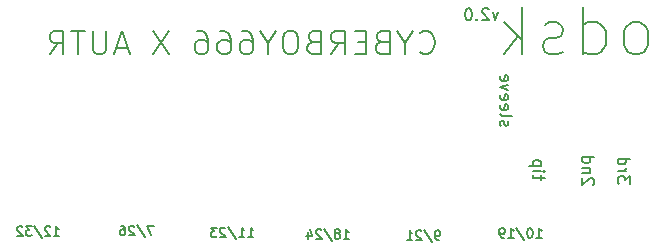
<source format=gbr>
%TF.GenerationSoftware,KiCad,Pcbnew,5.1.10*%
%TF.CreationDate,2022-04-13T10:23:53+12:00*%
%TF.ProjectId,odsk,6f64736b-2e6b-4696-9361-645f70636258,rev?*%
%TF.SameCoordinates,Original*%
%TF.FileFunction,Legend,Bot*%
%TF.FilePolarity,Positive*%
%FSLAX46Y46*%
G04 Gerber Fmt 4.6, Leading zero omitted, Abs format (unit mm)*
G04 Created by KiCad (PCBNEW 5.1.10) date 2022-04-13 10:23:53*
%MOMM*%
%LPD*%
G01*
G04 APERTURE LIST*
%ADD10C,0.200000*%
%ADD11C,0.150000*%
G04 APERTURE END LIST*
D10*
X192997619Y-128064285D02*
X193092857Y-128159523D01*
X193378571Y-128254761D01*
X193569047Y-128254761D01*
X193854761Y-128159523D01*
X194045238Y-127969047D01*
X194140476Y-127778571D01*
X194235714Y-127397619D01*
X194235714Y-127111904D01*
X194140476Y-126730952D01*
X194045238Y-126540476D01*
X193854761Y-126350000D01*
X193569047Y-126254761D01*
X193378571Y-126254761D01*
X193092857Y-126350000D01*
X192997619Y-126445238D01*
X191759523Y-127302380D02*
X191759523Y-128254761D01*
X192426190Y-126254761D02*
X191759523Y-127302380D01*
X191092857Y-126254761D01*
X189759523Y-127207142D02*
X189473809Y-127302380D01*
X189378571Y-127397619D01*
X189283333Y-127588095D01*
X189283333Y-127873809D01*
X189378571Y-128064285D01*
X189473809Y-128159523D01*
X189664285Y-128254761D01*
X190426190Y-128254761D01*
X190426190Y-126254761D01*
X189759523Y-126254761D01*
X189569047Y-126350000D01*
X189473809Y-126445238D01*
X189378571Y-126635714D01*
X189378571Y-126826190D01*
X189473809Y-127016666D01*
X189569047Y-127111904D01*
X189759523Y-127207142D01*
X190426190Y-127207142D01*
X188426190Y-127207142D02*
X187759523Y-127207142D01*
X187473809Y-128254761D02*
X188426190Y-128254761D01*
X188426190Y-126254761D01*
X187473809Y-126254761D01*
X185473809Y-128254761D02*
X186140476Y-127302380D01*
X186616666Y-128254761D02*
X186616666Y-126254761D01*
X185854761Y-126254761D01*
X185664285Y-126350000D01*
X185569047Y-126445238D01*
X185473809Y-126635714D01*
X185473809Y-126921428D01*
X185569047Y-127111904D01*
X185664285Y-127207142D01*
X185854761Y-127302380D01*
X186616666Y-127302380D01*
X183950000Y-127207142D02*
X183664285Y-127302380D01*
X183569047Y-127397619D01*
X183473809Y-127588095D01*
X183473809Y-127873809D01*
X183569047Y-128064285D01*
X183664285Y-128159523D01*
X183854761Y-128254761D01*
X184616666Y-128254761D01*
X184616666Y-126254761D01*
X183950000Y-126254761D01*
X183759523Y-126350000D01*
X183664285Y-126445238D01*
X183569047Y-126635714D01*
X183569047Y-126826190D01*
X183664285Y-127016666D01*
X183759523Y-127111904D01*
X183950000Y-127207142D01*
X184616666Y-127207142D01*
X182235714Y-126254761D02*
X181854761Y-126254761D01*
X181664285Y-126350000D01*
X181473809Y-126540476D01*
X181378571Y-126921428D01*
X181378571Y-127588095D01*
X181473809Y-127969047D01*
X181664285Y-128159523D01*
X181854761Y-128254761D01*
X182235714Y-128254761D01*
X182426190Y-128159523D01*
X182616666Y-127969047D01*
X182711904Y-127588095D01*
X182711904Y-126921428D01*
X182616666Y-126540476D01*
X182426190Y-126350000D01*
X182235714Y-126254761D01*
X180140476Y-127302380D02*
X180140476Y-128254761D01*
X180807142Y-126254761D02*
X180140476Y-127302380D01*
X179473809Y-126254761D01*
X177950000Y-126254761D02*
X178330952Y-126254761D01*
X178521428Y-126350000D01*
X178616666Y-126445238D01*
X178807142Y-126730952D01*
X178902380Y-127111904D01*
X178902380Y-127873809D01*
X178807142Y-128064285D01*
X178711904Y-128159523D01*
X178521428Y-128254761D01*
X178140476Y-128254761D01*
X177950000Y-128159523D01*
X177854761Y-128064285D01*
X177759523Y-127873809D01*
X177759523Y-127397619D01*
X177854761Y-127207142D01*
X177950000Y-127111904D01*
X178140476Y-127016666D01*
X178521428Y-127016666D01*
X178711904Y-127111904D01*
X178807142Y-127207142D01*
X178902380Y-127397619D01*
X176045238Y-126254761D02*
X176426190Y-126254761D01*
X176616666Y-126350000D01*
X176711904Y-126445238D01*
X176902380Y-126730952D01*
X176997619Y-127111904D01*
X176997619Y-127873809D01*
X176902380Y-128064285D01*
X176807142Y-128159523D01*
X176616666Y-128254761D01*
X176235714Y-128254761D01*
X176045238Y-128159523D01*
X175950000Y-128064285D01*
X175854761Y-127873809D01*
X175854761Y-127397619D01*
X175950000Y-127207142D01*
X176045238Y-127111904D01*
X176235714Y-127016666D01*
X176616666Y-127016666D01*
X176807142Y-127111904D01*
X176902380Y-127207142D01*
X176997619Y-127397619D01*
X174140476Y-126254761D02*
X174521428Y-126254761D01*
X174711904Y-126350000D01*
X174807142Y-126445238D01*
X174997619Y-126730952D01*
X175092857Y-127111904D01*
X175092857Y-127873809D01*
X174997619Y-128064285D01*
X174902380Y-128159523D01*
X174711904Y-128254761D01*
X174330952Y-128254761D01*
X174140476Y-128159523D01*
X174045238Y-128064285D01*
X173950000Y-127873809D01*
X173950000Y-127397619D01*
X174045238Y-127207142D01*
X174140476Y-127111904D01*
X174330952Y-127016666D01*
X174711904Y-127016666D01*
X174902380Y-127111904D01*
X174997619Y-127207142D01*
X175092857Y-127397619D01*
X171759523Y-126254761D02*
X170426190Y-128254761D01*
X170426190Y-126254761D02*
X171759523Y-128254761D01*
X168235714Y-127683333D02*
X167283333Y-127683333D01*
X168426190Y-128254761D02*
X167759523Y-126254761D01*
X167092857Y-128254761D01*
X166426190Y-126254761D02*
X166426190Y-127873809D01*
X166330952Y-128064285D01*
X166235714Y-128159523D01*
X166045238Y-128254761D01*
X165664285Y-128254761D01*
X165473809Y-128159523D01*
X165378571Y-128064285D01*
X165283333Y-127873809D01*
X165283333Y-126254761D01*
X164616666Y-126254761D02*
X163473809Y-126254761D01*
X164045238Y-128254761D02*
X164045238Y-126254761D01*
X161664285Y-128254761D02*
X162330952Y-127302380D01*
X162807142Y-128254761D02*
X162807142Y-126254761D01*
X162045238Y-126254761D01*
X161854761Y-126350000D01*
X161759523Y-126445238D01*
X161664285Y-126635714D01*
X161664285Y-126921428D01*
X161759523Y-127111904D01*
X161854761Y-127207142D01*
X162045238Y-127302380D01*
X162807142Y-127302380D01*
D11*
X199845238Y-134292857D02*
X199797619Y-134197619D01*
X199797619Y-134007142D01*
X199845238Y-133911904D01*
X199940476Y-133864285D01*
X199988095Y-133864285D01*
X200083333Y-133911904D01*
X200130952Y-134007142D01*
X200130952Y-134150000D01*
X200178571Y-134245238D01*
X200273809Y-134292857D01*
X200321428Y-134292857D01*
X200416666Y-134245238D01*
X200464285Y-134150000D01*
X200464285Y-134007142D01*
X200416666Y-133911904D01*
X199797619Y-133292857D02*
X199845238Y-133388095D01*
X199940476Y-133435714D01*
X200797619Y-133435714D01*
X199845238Y-132530952D02*
X199797619Y-132626190D01*
X199797619Y-132816666D01*
X199845238Y-132911904D01*
X199940476Y-132959523D01*
X200321428Y-132959523D01*
X200416666Y-132911904D01*
X200464285Y-132816666D01*
X200464285Y-132626190D01*
X200416666Y-132530952D01*
X200321428Y-132483333D01*
X200226190Y-132483333D01*
X200130952Y-132959523D01*
X199845238Y-131673809D02*
X199797619Y-131769047D01*
X199797619Y-131959523D01*
X199845238Y-132054761D01*
X199940476Y-132102380D01*
X200321428Y-132102380D01*
X200416666Y-132054761D01*
X200464285Y-131959523D01*
X200464285Y-131769047D01*
X200416666Y-131673809D01*
X200321428Y-131626190D01*
X200226190Y-131626190D01*
X200130952Y-132102380D01*
X200464285Y-131292857D02*
X199797619Y-131054761D01*
X200464285Y-130816666D01*
X199845238Y-130054761D02*
X199797619Y-130150000D01*
X199797619Y-130340476D01*
X199845238Y-130435714D01*
X199940476Y-130483333D01*
X200321428Y-130483333D01*
X200416666Y-130435714D01*
X200464285Y-130340476D01*
X200464285Y-130150000D01*
X200416666Y-130054761D01*
X200321428Y-130007142D01*
X200226190Y-130007142D01*
X200130952Y-130483333D01*
X210747619Y-139195238D02*
X210747619Y-138576190D01*
X210366666Y-138909523D01*
X210366666Y-138766666D01*
X210319047Y-138671428D01*
X210271428Y-138623809D01*
X210176190Y-138576190D01*
X209938095Y-138576190D01*
X209842857Y-138623809D01*
X209795238Y-138671428D01*
X209747619Y-138766666D01*
X209747619Y-139052380D01*
X209795238Y-139147619D01*
X209842857Y-139195238D01*
X209747619Y-138147619D02*
X210414285Y-138147619D01*
X210223809Y-138147619D02*
X210319047Y-138100000D01*
X210366666Y-138052380D01*
X210414285Y-137957142D01*
X210414285Y-137861904D01*
X209747619Y-137100000D02*
X210747619Y-137100000D01*
X209795238Y-137100000D02*
X209747619Y-137195238D01*
X209747619Y-137385714D01*
X209795238Y-137480952D01*
X209842857Y-137528571D01*
X209938095Y-137576190D01*
X210223809Y-137576190D01*
X210319047Y-137528571D01*
X210366666Y-137480952D01*
X210414285Y-137385714D01*
X210414285Y-137195238D01*
X210366666Y-137100000D01*
X207652380Y-139290476D02*
X207700000Y-139242857D01*
X207747619Y-139147619D01*
X207747619Y-138909523D01*
X207700000Y-138814285D01*
X207652380Y-138766666D01*
X207557142Y-138719047D01*
X207461904Y-138719047D01*
X207319047Y-138766666D01*
X206747619Y-139338095D01*
X206747619Y-138719047D01*
X207414285Y-138290476D02*
X206747619Y-138290476D01*
X207319047Y-138290476D02*
X207366666Y-138242857D01*
X207414285Y-138147619D01*
X207414285Y-138004761D01*
X207366666Y-137909523D01*
X207271428Y-137861904D01*
X206747619Y-137861904D01*
X206747619Y-136957142D02*
X207747619Y-136957142D01*
X206795238Y-136957142D02*
X206747619Y-137052380D01*
X206747619Y-137242857D01*
X206795238Y-137338095D01*
X206842857Y-137385714D01*
X206938095Y-137433333D01*
X207223809Y-137433333D01*
X207319047Y-137385714D01*
X207366666Y-137338095D01*
X207414285Y-137242857D01*
X207414285Y-137052380D01*
X207366666Y-136957142D01*
X203214285Y-138880952D02*
X203214285Y-138500000D01*
X203547619Y-138738095D02*
X202690476Y-138738095D01*
X202595238Y-138690476D01*
X202547619Y-138595238D01*
X202547619Y-138500000D01*
X202547619Y-138166666D02*
X203214285Y-138166666D01*
X203547619Y-138166666D02*
X203500000Y-138214285D01*
X203452380Y-138166666D01*
X203500000Y-138119047D01*
X203547619Y-138166666D01*
X203452380Y-138166666D01*
X203214285Y-137690476D02*
X202214285Y-137690476D01*
X203166666Y-137690476D02*
X203214285Y-137595238D01*
X203214285Y-137404761D01*
X203166666Y-137309523D01*
X203119047Y-137261904D01*
X203023809Y-137214285D01*
X202738095Y-137214285D01*
X202642857Y-137261904D01*
X202595238Y-137309523D01*
X202547619Y-137404761D01*
X202547619Y-137595238D01*
X202595238Y-137690476D01*
X161983333Y-143611904D02*
X162440476Y-143611904D01*
X162211904Y-143611904D02*
X162211904Y-142811904D01*
X162288095Y-142926190D01*
X162364285Y-143002380D01*
X162440476Y-143040476D01*
X161678571Y-142888095D02*
X161640476Y-142850000D01*
X161564285Y-142811904D01*
X161373809Y-142811904D01*
X161297619Y-142850000D01*
X161259523Y-142888095D01*
X161221428Y-142964285D01*
X161221428Y-143040476D01*
X161259523Y-143154761D01*
X161716666Y-143611904D01*
X161221428Y-143611904D01*
X160307142Y-142773809D02*
X160992857Y-143802380D01*
X160116666Y-142811904D02*
X159621428Y-142811904D01*
X159888095Y-143116666D01*
X159773809Y-143116666D01*
X159697619Y-143154761D01*
X159659523Y-143192857D01*
X159621428Y-143269047D01*
X159621428Y-143459523D01*
X159659523Y-143535714D01*
X159697619Y-143573809D01*
X159773809Y-143611904D01*
X160002380Y-143611904D01*
X160078571Y-143573809D01*
X160116666Y-143535714D01*
X159316666Y-142888095D02*
X159278571Y-142850000D01*
X159202380Y-142811904D01*
X159011904Y-142811904D01*
X158935714Y-142850000D01*
X158897619Y-142888095D01*
X158859523Y-142964285D01*
X158859523Y-143040476D01*
X158897619Y-143154761D01*
X159354761Y-143611904D01*
X158859523Y-143611904D01*
X170447619Y-142761904D02*
X169914285Y-142761904D01*
X170257142Y-143561904D01*
X169038095Y-142723809D02*
X169723809Y-143752380D01*
X168809523Y-142838095D02*
X168771428Y-142800000D01*
X168695238Y-142761904D01*
X168504761Y-142761904D01*
X168428571Y-142800000D01*
X168390476Y-142838095D01*
X168352380Y-142914285D01*
X168352380Y-142990476D01*
X168390476Y-143104761D01*
X168847619Y-143561904D01*
X168352380Y-143561904D01*
X167666666Y-142761904D02*
X167819047Y-142761904D01*
X167895238Y-142800000D01*
X167933333Y-142838095D01*
X168009523Y-142952380D01*
X168047619Y-143104761D01*
X168047619Y-143409523D01*
X168009523Y-143485714D01*
X167971428Y-143523809D01*
X167895238Y-143561904D01*
X167742857Y-143561904D01*
X167666666Y-143523809D01*
X167628571Y-143485714D01*
X167590476Y-143409523D01*
X167590476Y-143219047D01*
X167628571Y-143142857D01*
X167666666Y-143104761D01*
X167742857Y-143066666D01*
X167895238Y-143066666D01*
X167971428Y-143104761D01*
X168009523Y-143142857D01*
X168047619Y-143219047D01*
X178433333Y-143711904D02*
X178890476Y-143711904D01*
X178661904Y-143711904D02*
X178661904Y-142911904D01*
X178738095Y-143026190D01*
X178814285Y-143102380D01*
X178890476Y-143140476D01*
X177671428Y-143711904D02*
X178128571Y-143711904D01*
X177900000Y-143711904D02*
X177900000Y-142911904D01*
X177976190Y-143026190D01*
X178052380Y-143102380D01*
X178128571Y-143140476D01*
X176757142Y-142873809D02*
X177442857Y-143902380D01*
X176528571Y-142988095D02*
X176490476Y-142950000D01*
X176414285Y-142911904D01*
X176223809Y-142911904D01*
X176147619Y-142950000D01*
X176109523Y-142988095D01*
X176071428Y-143064285D01*
X176071428Y-143140476D01*
X176109523Y-143254761D01*
X176566666Y-143711904D01*
X176071428Y-143711904D01*
X175804761Y-142911904D02*
X175309523Y-142911904D01*
X175576190Y-143216666D01*
X175461904Y-143216666D01*
X175385714Y-143254761D01*
X175347619Y-143292857D01*
X175309523Y-143369047D01*
X175309523Y-143559523D01*
X175347619Y-143635714D01*
X175385714Y-143673809D01*
X175461904Y-143711904D01*
X175690476Y-143711904D01*
X175766666Y-143673809D01*
X175804761Y-143635714D01*
X186533333Y-143861904D02*
X186990476Y-143861904D01*
X186761904Y-143861904D02*
X186761904Y-143061904D01*
X186838095Y-143176190D01*
X186914285Y-143252380D01*
X186990476Y-143290476D01*
X186076190Y-143404761D02*
X186152380Y-143366666D01*
X186190476Y-143328571D01*
X186228571Y-143252380D01*
X186228571Y-143214285D01*
X186190476Y-143138095D01*
X186152380Y-143100000D01*
X186076190Y-143061904D01*
X185923809Y-143061904D01*
X185847619Y-143100000D01*
X185809523Y-143138095D01*
X185771428Y-143214285D01*
X185771428Y-143252380D01*
X185809523Y-143328571D01*
X185847619Y-143366666D01*
X185923809Y-143404761D01*
X186076190Y-143404761D01*
X186152380Y-143442857D01*
X186190476Y-143480952D01*
X186228571Y-143557142D01*
X186228571Y-143709523D01*
X186190476Y-143785714D01*
X186152380Y-143823809D01*
X186076190Y-143861904D01*
X185923809Y-143861904D01*
X185847619Y-143823809D01*
X185809523Y-143785714D01*
X185771428Y-143709523D01*
X185771428Y-143557142D01*
X185809523Y-143480952D01*
X185847619Y-143442857D01*
X185923809Y-143404761D01*
X184857142Y-143023809D02*
X185542857Y-144052380D01*
X184628571Y-143138095D02*
X184590476Y-143100000D01*
X184514285Y-143061904D01*
X184323809Y-143061904D01*
X184247619Y-143100000D01*
X184209523Y-143138095D01*
X184171428Y-143214285D01*
X184171428Y-143290476D01*
X184209523Y-143404761D01*
X184666666Y-143861904D01*
X184171428Y-143861904D01*
X183485714Y-143328571D02*
X183485714Y-143861904D01*
X183676190Y-143023809D02*
X183866666Y-143595238D01*
X183371428Y-143595238D01*
X194633333Y-143961904D02*
X194480952Y-143961904D01*
X194404761Y-143923809D01*
X194366666Y-143885714D01*
X194290476Y-143771428D01*
X194252380Y-143619047D01*
X194252380Y-143314285D01*
X194290476Y-143238095D01*
X194328571Y-143200000D01*
X194404761Y-143161904D01*
X194557142Y-143161904D01*
X194633333Y-143200000D01*
X194671428Y-143238095D01*
X194709523Y-143314285D01*
X194709523Y-143504761D01*
X194671428Y-143580952D01*
X194633333Y-143619047D01*
X194557142Y-143657142D01*
X194404761Y-143657142D01*
X194328571Y-143619047D01*
X194290476Y-143580952D01*
X194252380Y-143504761D01*
X193338095Y-143123809D02*
X194023809Y-144152380D01*
X193109523Y-143238095D02*
X193071428Y-143200000D01*
X192995238Y-143161904D01*
X192804761Y-143161904D01*
X192728571Y-143200000D01*
X192690476Y-143238095D01*
X192652380Y-143314285D01*
X192652380Y-143390476D01*
X192690476Y-143504761D01*
X193147619Y-143961904D01*
X192652380Y-143961904D01*
X191890476Y-143961904D02*
X192347619Y-143961904D01*
X192119047Y-143961904D02*
X192119047Y-143161904D01*
X192195238Y-143276190D01*
X192271428Y-143352380D01*
X192347619Y-143390476D01*
X202833333Y-143771904D02*
X203290476Y-143771904D01*
X203061904Y-143771904D02*
X203061904Y-142971904D01*
X203138095Y-143086190D01*
X203214285Y-143162380D01*
X203290476Y-143200476D01*
X202338095Y-142971904D02*
X202261904Y-142971904D01*
X202185714Y-143010000D01*
X202147619Y-143048095D01*
X202109523Y-143124285D01*
X202071428Y-143276666D01*
X202071428Y-143467142D01*
X202109523Y-143619523D01*
X202147619Y-143695714D01*
X202185714Y-143733809D01*
X202261904Y-143771904D01*
X202338095Y-143771904D01*
X202414285Y-143733809D01*
X202452380Y-143695714D01*
X202490476Y-143619523D01*
X202528571Y-143467142D01*
X202528571Y-143276666D01*
X202490476Y-143124285D01*
X202452380Y-143048095D01*
X202414285Y-143010000D01*
X202338095Y-142971904D01*
X201157142Y-142933809D02*
X201842857Y-143962380D01*
X200471428Y-143771904D02*
X200928571Y-143771904D01*
X200700000Y-143771904D02*
X200700000Y-142971904D01*
X200776190Y-143086190D01*
X200852380Y-143162380D01*
X200928571Y-143200476D01*
X200090476Y-143771904D02*
X199938095Y-143771904D01*
X199861904Y-143733809D01*
X199823809Y-143695714D01*
X199747619Y-143581428D01*
X199709523Y-143429047D01*
X199709523Y-143124285D01*
X199747619Y-143048095D01*
X199785714Y-143010000D01*
X199861904Y-142971904D01*
X200014285Y-142971904D01*
X200090476Y-143010000D01*
X200128571Y-143048095D01*
X200166666Y-143124285D01*
X200166666Y-143314761D01*
X200128571Y-143390952D01*
X200090476Y-143429047D01*
X200014285Y-143467142D01*
X199861904Y-143467142D01*
X199785714Y-143429047D01*
X199747619Y-143390952D01*
X199709523Y-143314761D01*
X199628571Y-124685714D02*
X199390476Y-125352380D01*
X199152380Y-124685714D01*
X198819047Y-124447619D02*
X198771428Y-124400000D01*
X198676190Y-124352380D01*
X198438095Y-124352380D01*
X198342857Y-124400000D01*
X198295238Y-124447619D01*
X198247619Y-124542857D01*
X198247619Y-124638095D01*
X198295238Y-124780952D01*
X198866666Y-125352380D01*
X198247619Y-125352380D01*
X197819047Y-125257142D02*
X197771428Y-125304761D01*
X197819047Y-125352380D01*
X197866666Y-125304761D01*
X197819047Y-125257142D01*
X197819047Y-125352380D01*
X197152380Y-124352380D02*
X197057142Y-124352380D01*
X196961904Y-124400000D01*
X196914285Y-124447619D01*
X196866666Y-124542857D01*
X196819047Y-124733333D01*
X196819047Y-124971428D01*
X196866666Y-125161904D01*
X196914285Y-125257142D01*
X196961904Y-125304761D01*
X197057142Y-125352380D01*
X197152380Y-125352380D01*
X197247619Y-125304761D01*
X197295238Y-125257142D01*
X197342857Y-125161904D01*
X197390476Y-124971428D01*
X197390476Y-124733333D01*
X197342857Y-124542857D01*
X197295238Y-124447619D01*
X197247619Y-124400000D01*
X197152380Y-124352380D01*
D10*
X211583333Y-128209523D02*
X211964285Y-128019047D01*
X212154761Y-127828571D01*
X212345238Y-127447619D01*
X212345238Y-126304761D01*
X212154761Y-125923809D01*
X211964285Y-125733333D01*
X211583333Y-125542857D01*
X211011904Y-125542857D01*
X210630952Y-125733333D01*
X210440476Y-125923809D01*
X210250000Y-126304761D01*
X210250000Y-127447619D01*
X210440476Y-127828571D01*
X210630952Y-128019047D01*
X211011904Y-128209523D01*
X211583333Y-128209523D01*
X206821428Y-128209523D02*
X206821428Y-124209523D01*
X206821428Y-128019047D02*
X207202380Y-128209523D01*
X207964285Y-128209523D01*
X208345238Y-128019047D01*
X208535714Y-127828571D01*
X208726190Y-127447619D01*
X208726190Y-126304761D01*
X208535714Y-125923809D01*
X208345238Y-125733333D01*
X207964285Y-125542857D01*
X207202380Y-125542857D01*
X206821428Y-125733333D01*
X205107142Y-128019047D02*
X204726190Y-128209523D01*
X203964285Y-128209523D01*
X203583333Y-128019047D01*
X203392857Y-127638095D01*
X203392857Y-127447619D01*
X203583333Y-127066666D01*
X203964285Y-126876190D01*
X204535714Y-126876190D01*
X204916666Y-126685714D01*
X205107142Y-126304761D01*
X205107142Y-126114285D01*
X204916666Y-125733333D01*
X204535714Y-125542857D01*
X203964285Y-125542857D01*
X203583333Y-125733333D01*
X201678571Y-128209523D02*
X201678571Y-124209523D01*
X201297619Y-126685714D02*
X200154761Y-128209523D01*
X200154761Y-125542857D02*
X201678571Y-127066666D01*
M02*

</source>
